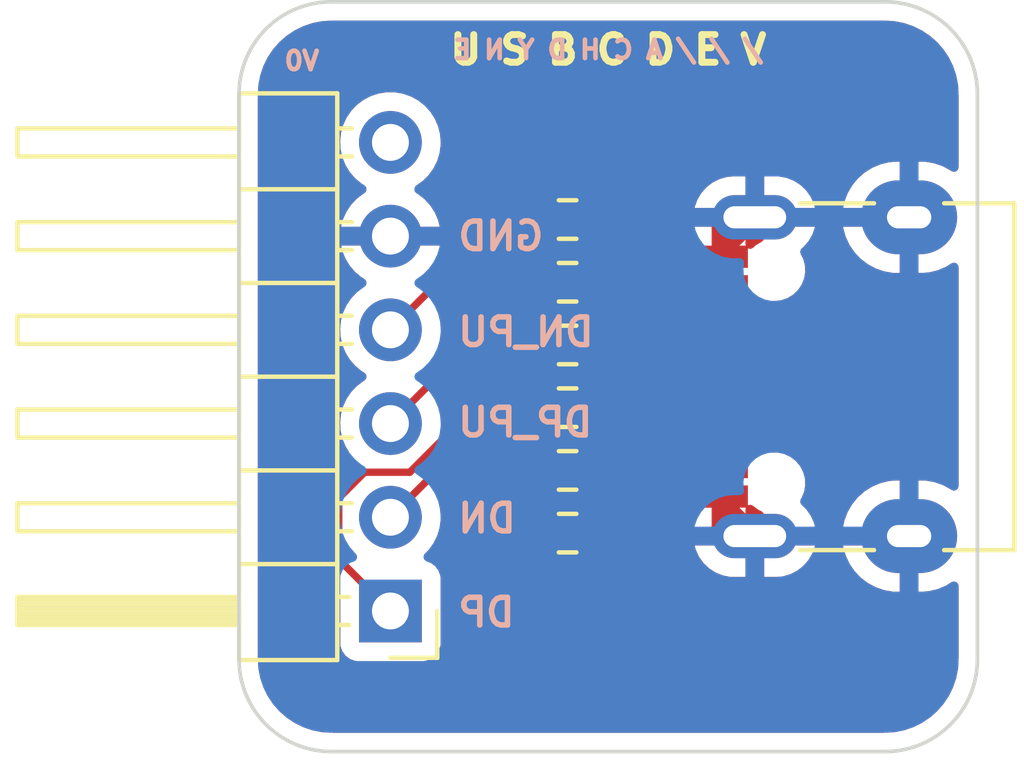
<source format=kicad_pcb>
(kicad_pcb (version 20211014) (generator pcbnew)
  (layers (0 "F.Cu" signal) (31 "B.Cu" signal) (34 "B.Paste" user) (35 "F.Paste" user) (36 "B.SilkS" user "B.Silkscreen") (37 "F.SilkS" user "F.Silkscreen") (38 "B.Mask" user) (39 "F.Mask" user) (44 "Edge.Cuts" user))
  (net 0 "")
  (net 1 "Net-(J1-PadA5)")
  (net 3 "Net-(J1-PadB5)")
  (net 5 "/USB_DP_PU")
  (net 6 "GND")
  (net 7 "/USB_DP")
  (net 8 "/USB_DN")
  (net 9 "/USB_DN_PU")
  (net 10 "/USBC_DP")
  (net 11 "/USBC_DN")
  (footprint "Resistor_SMD:R_0603_1608Metric" (layer "F.Cu") (at 108.9 105.9 180)
    (fp_text reference "R1" hide)
    (fp_text value "5K1" hide)
    (fp_line (start -0.237258 -0.5225) (end 0.237258 -0.5225) (layer "F.SilkS") (width 0.12))
    (fp_line (start -0.237258 0.5225) (end 0.237258 0.5225) (layer "F.SilkS") (width 0.12))
    (pad "1" smd roundrect (at -0.825 0 180) (size 0.8 0.95) (layers "F.Cu" "F.Paste" "F.Mask") (net 3 "Net-(J1-PadB5)"))
    (pad "2" smd roundrect (at 0.825 0 180) (size 0.8 0.95) (layers "F.Cu" "F.Paste" "F.Mask") (net 6 "GND"))
  )
  (footprint "Resistor_SMD:R_0603_1608Metric" (layer "F.Cu") (at 108.9 114.4 180)
    (fp_text reference "R3" hide)
    (fp_text value "5K1" hide)
    (fp_line (start -0.237258 0.5225) (end 0.237258 0.5225) (layer "F.SilkS") (width 0.12))
    (fp_line (start -0.237258 -0.5225) (end 0.237258 -0.5225) (layer "F.SilkS") (width 0.12))
    (pad "1" smd roundrect (at -0.825 0 180) (size 0.8 0.95) (layers "F.Cu" "F.Paste" "F.Mask") (net 1 "Net-(J1-PadA5)"))
    (pad "2" smd roundrect (at 0.825 0 180) (size 0.8 0.95) (layers "F.Cu" "F.Paste" "F.Mask") (net 6 "GND"))
  )
  (footprint "Resistor_SMD:R_0603_1608Metric" (layer "F.Cu") (at 108.9 111 180)
    (fp_text reference "R2" hide)
    (fp_text value "22R" hide)
    (fp_line (start -0.237258 0.5225) (end 0.237258 0.5225) (layer "F.SilkS") (width 0.12))
    (fp_line (start -0.237258 -0.5225) (end 0.237258 -0.5225) (layer "F.SilkS") (width 0.12))
    (pad "1" smd roundrect (at -0.825 0 180) (size 0.8 0.95) (layers "F.Cu" "F.Paste" "F.Mask") (net 11 "/USBC_DN"))
    (pad "2" smd roundrect (at 0.825 0 180) (size 0.8 0.95) (layers "F.Cu" "F.Paste" "F.Mask") (net 8 "/USB_DN"))
  )
  (footprint "Resistor_SMD:R_0603_1608Metric" (layer "F.Cu") (at 108.9 107.6 180)
    (fp_text reference "R6" hide)
    (fp_text value "1K5" hide)
    (fp_line (start -0.237258 0.5225) (end 0.237258 0.5225) (layer "F.SilkS") (width 0.12))
    (fp_line (start -0.237258 -0.5225) (end 0.237258 -0.5225) (layer "F.SilkS") (width 0.12))
    (pad "1" smd roundrect (at -0.825 0 180) (size 0.8 0.95) (layers "F.Cu" "F.Paste" "F.Mask") (net 10 "/USBC_DP"))
    (pad "2" smd roundrect (at 0.825 0 180) (size 0.8 0.95) (layers "F.Cu" "F.Paste" "F.Mask") (net 5 "/USB_DP_PU"))
  )
  (footprint "Connector_PinHeader_2.54mm:PinHeader_1x06_P2.54mm_Horizontal" (layer "F.Cu") (at 104.1 116.51 180)
    (fp_text reference "PMOD1" hide)
    (fp_text value "PMOD-Device-x1-Type-1-GPIO" hide)
    (fp_line (start 4.1 14.03) (end 4.1 -1.33) (layer "F.SilkS") (width 0.12))
    (fp_line (start 4.1 -1.33) (end 1.44 -1.33) (layer "F.SilkS") (width 0.12))
    (fp_line (start 4.1 9.78) (end 10.1 9.78) (layer "F.SilkS") (width 0.12))
    (fp_line (start 1.44 8.89) (end 4.1 8.89) (layer "F.SilkS") (width 0.12))
    (fp_line (start 1.042929 5.46) (end 1.44 5.46) (layer "F.SilkS") (width 0.12))
    (fp_line (start 1.44 6.35) (end 4.1 6.35) (layer "F.SilkS") (width 0.12))
    (fp_line (start 10.1 7.24) (end 10.1 8) (layer "F.SilkS") (width 0.12))
    (fp_line (start 10.1 9.78) (end 10.1 10.54) (layer "F.SilkS") (width 0.12))
    (fp_line (start 4.1 4.7) (end 10.1 4.7) (layer "F.SilkS") (width 0.12))
    (fp_line (start 4.1 12.32) (end 10.1 12.32) (layer "F.SilkS") (width 0.12))
    (fp_line (start 4.1 0.04) (end 10.1 0.04) (layer "F.SilkS") (width 0.12))
    (fp_line (start 1.042929 9.78) (end 1.44 9.78) (layer "F.SilkS") (width 0.12))
    (fp_line (start 1.44 3.81) (end 4.1 3.81) (layer "F.SilkS") (width 0.12))
    (fp_line (start 10.1 4.7) (end 10.1 5.46) (layer "F.SilkS") (width 0.12))
    (fp_line (start 4.1 -0.32) (end 10.1 -0.32) (layer "F.SilkS") (width 0.12))
    (fp_line (start 1.11 0.38) (end 1.44 0.38) (layer "F.SilkS") (width 0.12))
    (fp_line (start 10.1 12.32) (end 10.1 13.08) (layer "F.SilkS") (width 0.12))
    (fp_line (start 1.44 14.03) (end 4.1 14.03) (layer "F.SilkS") (width 0.12))
    (fp_line (start 1.44 -1.33) (end 1.44 14.03) (layer "F.SilkS") (width 0.12))
    (fp_line (start 10.1 8) (end 4.1 8) (layer "F.SilkS") (width 0.12))
    (fp_line (start 1.042929 8) (end 1.44 8) (layer "F.SilkS") (width 0.12))
    (fp_line (start 4.1 7.24) (end 10.1 7.24) (layer "F.SilkS") (width 0.12))
    (fp_line (start 10.1 -0.38) (end 10.1 0.38) (layer "F.SilkS") (width 0.12))
    (fp_line (start 4.1 2.16) (end 10.1 2.16) (layer "F.SilkS") (width 0.12))
    (fp_line (start 1.042929 12.32) (end 1.44 12.32) (layer "F.SilkS") (width 0.12))
    (fp_line (start 1.44 1.27) (end 4.1 1.27) (layer "F.SilkS") (width 0.12))
    (fp_line (start 1.042929 2.16) (end 1.44 2.16) (layer "F.SilkS") (width 0.12))
    (fp_line (start 10.1 13.08) (end 4.1 13.08) (layer "F.SilkS") (width 0.12))
    (fp_line (start 1.042929 13.08) (end 1.44 13.08) (layer "F.SilkS") (width 0.12))
    (fp_line (start 1.042929 7.24) (end 1.44 7.24) (layer "F.SilkS") (width 0.12))
    (fp_line (start 1.042929 2.92) (end 1.44 2.92) (layer "F.SilkS") (width 0.12))
    (fp_line (start 10.1 5.46) (end 4.1 5.46) (layer "F.SilkS") (width 0.12))
    (fp_line (start 1.042929 10.54) (end 1.44 10.54) (layer "F.SilkS") (width 0.12))
    (fp_line (start 1.44 11.43) (end 4.1 11.43) (layer "F.SilkS") (width 0.12))
    (fp_line (start 10.1 2.16) (end 10.1 2.92) (layer "F.SilkS") (width 0.12))
    (fp_line (start 1.042929 4.7) (end 1.44 4.7) (layer "F.SilkS") (width 0.12))
    (fp_line (start 4.1 0.16) (end 10.1 0.16) (layer "F.SilkS") (width 0.12))
    (fp_line (start 10.1 10.54) (end 4.1 10.54) (layer "F.SilkS") (width 0.12))
    (fp_line (start 4.1 0.28) (end 10.1 0.28) (layer "F.SilkS") (width 0.12))
    (fp_line (start 10.1 0.38) (end 4.1 0.38) (layer "F.SilkS") (width 0.12))
    (fp_line (start 1.11 -0.38) (end 1.44 -0.38) (layer "F.SilkS") (width 0.12))
    (fp_line (start 10.1 2.92) (end 4.1 2.92) (layer "F.SilkS") (width 0.12))
    (fp_line (start 4.1 -0.08) (end 10.1 -0.08) (layer "F.SilkS") (width 0.12))
    (fp_line (start -1.27 0) (end -1.27 -1.27) (layer "F.SilkS") (width 0.12))
    (fp_line (start 4.1 -0.38) (end 10.1 -0.38) (layer "F.SilkS") (width 0.12))
    (fp_line (start 4.1 -0.2) (end 10.1 -0.2) (layer "F.SilkS") (width 0.12))
    (fp_line (start -1.27 -1.27) (end 0 -1.27) (layer "F.SilkS") (width 0.12))
    (pad "1" thru_hole rect (at 0 0 180) (size 1.7 1.7) (drill 1) (layers *.Cu *.Mask) (net 7 "/USB_DP"))
    (pad "2" thru_hole oval (at 0 2.54 180) (size 1.7 1.7) (drill 1) (layers *.Cu *.Mask) (net 8 "/USB_DN"))
    (pad "3" thru_hole oval (at 0 5.08 180) (size 1.7 1.7) (drill 1) (layers *.Cu *.Mask) (net 5 "/USB_DP_PU"))
    (pad "4" thru_hole oval (at 0 7.62 180) (size 1.7 1.7) (drill 1) (layers *.Cu *.Mask) (net 9 "/USB_DN_PU"))
    (pad "5" thru_hole oval (at 0 10.16 180) (size 1.7 1.7) (drill 1) (layers *.Cu *.Mask) (net 6 "GND"))
    (pad "6" thru_hole oval (at 0 12.7 180) (size 1.7 1.7) (drill 1) (layers *.Cu *.Mask))
  )
  (footprint "LD-CONNECTORS:USB_C_Receptacle_HRO_TYPE-C-31-M-12-BIG-PADS" (layer "F.Cu") (at 117.1 110.16 90)
    (fp_text reference "J1" hide)
    (fp_text value "TYPE-C-31-M-12-FIXED" hide)
    (fp_line (start -4.7 3.9) (end 4.7 3.9) (layer "F.SilkS") (width 0.12))
    (fp_line (start -4.7 -1.9) (end -4.7 0.1) (layer "F.SilkS") (width 0.12))
    (fp_line (start -4.7 2) (end -4.7 3.9) (layer "F.SilkS") (width 0.12))
    (fp_line (start 4.7 -1.9) (end 4.7 0.1) (layer "F.SilkS") (width 0.12))
    (fp_line (start 4.7 2) (end 4.7 3.9) (layer "F.SilkS") (width 0.12))
    (pad "" np_thru_hole circle (at -2.89 -2.6 90) (size 0.65 0.65) (drill 0.65) (layers *.Cu *.Mask))
    (pad "" np_thru_hole circle (at 2.89 -2.6 90) (size 0.65 0.65) (drill 0.65) (layers *.Cu *.Mask))
    (pad "A1" smd rect (at -3.25 -4.045 90) (size 0.6 1.45) (layers "F.Cu" "F.Paste" "F.Mask") (net 6 "GND"))
    (pad "A4" smd rect (at -2.45 -4.045 90) (size 0.6 1.45) (layers "F.Cu" "F.Paste" "F.Mask"))
    (pad "A5" smd rect (at -1.25 -4.045 90) (size 0.3 1.45) (layers "F.Cu" "F.Paste" "F.Mask") (net 1 "Net-(J1-PadA5)"))
    (pad "A6" smd rect (at -0.25 -4.045 90) (size 0.3 1.45) (layers "F.Cu" "F.Paste" "F.Mask") (net 10 "/USBC_DP"))
    (pad "A7" smd rect (at 0.25 -4.045 90) (size 0.3 1.45) (layers "F.Cu" "F.Paste" "F.Mask") (net 11 "/USBC_DN"))
    (pad "A8" smd rect (at 1.25 -4.045 90) (size 0.3 1.45) (layers "F.Cu" "F.Paste" "F.Mask"))
    (pad "A9" smd rect (at 2.45 -4.045 90) (size 0.6 1.45) (layers "F.Cu" "F.Paste" "F.Mask"))
    (pad "A12" smd rect (at 3.25 -4.045 90) (size 0.6 1.45) (layers "F.Cu" "F.Paste" "F.Mask") (net 6 "GND"))
    (pad "B1" smd rect (at 3.25 -4.045 90) (size 0.6 1.45) (layers "F.Cu" "F.Paste" "F.Mask") (net 6 "GND"))
    (pad "B4" smd rect (at 2.45 -4.045 90) (size 0.6 1.45) (layers "F.Cu" "F.Paste" "F.Mask"))
    (pad "B5" smd rect (at 1.75 -4.045 90) (size 0.3 1.45) (layers "F.Cu" "F.Paste" "F.Mask") (net 3 "Net-(J1-PadB5)"))
    (pad "B6" smd rect (at 0.75 -4.045 90) (size 0.3 1.45) (layers "F.Cu" "F.Paste" "F.Mask") (net 10 "/USBC_DP"))
    (pad "B7" smd rect (at -0.75 -4.045 90) (size 0.3 1.45) (layers "F.Cu" "F.Paste" "F.Mask") (net 11 "/USBC_DN"))
    (pad "B8" smd rect (at -1.75 -4.045 90) (size 0.3 1.45) (layers "F.Cu" "F.Paste" "F.Mask"))
    (pad "B9" smd rect (at -2.45 -4.045 90) (size 0.6 1.45) (layers "F.Cu" "F.Paste" "F.Mask"))
    (pad "B12" smd rect (at -3.25 -4.045 90) (size 0.6 1.45) (layers "F.Cu" "F.Paste" "F.Mask") (net 6 "GND"))
    (pad "S1" thru_hole oval (at 4.32 -3.13 90) (size 1.2 2.3) (drill oval 0.6 1.7) (layers *.Cu *.Mask "F.Paste") (net 6 "GND"))
    (pad "S1" thru_hole oval (at -4.32 1.05 90) (size 2 2.6) (drill oval 0.6 1.2) (layers *.Cu *.Mask "F.Paste") (net 6 "GND"))
    (pad "S1" thru_hole oval (at 4.32 1.05 90) (size 2 2.6) (drill oval 0.6 1.2) (layers *.Cu *.Mask "F.Paste") (net 6 "GND"))
    (pad "S1" thru_hole oval (at -4.32 -3.13 90) (size 1.2 2.3) (drill oval 0.6 1.7) (layers *.Cu *.Mask "F.Paste") (net 6 "GND"))
  )
  (footprint "Resistor_SMD:R_0603_1608Metric" (layer "F.Cu") (at 108.9 112.7 180)
    (fp_text reference "R5" hide)
    (fp_text value "1K5" hide)
    (fp_line (start -0.237258 -0.5225) (end 0.237258 -0.5225) (layer "F.SilkS") (width 0.12))
    (fp_line (start -0.237258 0.5225) (end 0.237258 0.5225) (layer "F.SilkS") (width 0.12))
    (pad "1" smd roundrect (at -0.825 0 180) (size 0.8 0.95) (layers "F.Cu" "F.Paste" "F.Mask") (net 11 "/USBC_DN"))
    (pad "2" smd roundrect (at 0.825 0 180) (size 0.8 0.95) (layers "F.Cu" "F.Paste" "F.Mask") (net 9 "/USB_DN_PU"))
  )
  (footprint "Resistor_SMD:R_0603_1608Metric" (layer "F.Cu") (at 108.9 109.3 180)
    (fp_text reference "R4" hide)
    (fp_text value "22R" hide)
    (fp_line (start -0.237258 -0.5225) (end 0.237258 -0.5225) (layer "F.SilkS") (width 0.12))
    (fp_line (start -0.237258 0.5225) (end 0.237258 0.5225) (layer "F.SilkS") (width 0.12))
    (pad "1" smd roundrect (at -0.825 0 180) (size 0.8 0.95) (layers "F.Cu" "F.Paste" "F.Mask") (net 10 "/USBC_DP"))
    (pad "2" smd roundrect (at 0.825 0 180) (size 0.8 0.95) (layers "F.Cu" "F.Paste" "F.Mask") (net 7 "/USB_DP"))
  )
  (gr_arc (start 120 117.82) (mid 119.267767 119.587767) (end 117.5 120.32) (layer "Edge.Cuts") (width 0.1))
  (gr_arc (start 102.5 120.32) (mid 100.732233 119.587767) (end 100 117.82) (layer "Edge.Cuts") (width 0.1))
  (gr_line (start 120 102.5) (end 120 117.82) (layer "Edge.Cuts") (width 0.1))
  (gr_line (start 100 102.5) (end 100 117.82) (layer "Edge.Cuts") (width 0.1))
  (gr_arc (start 100 102.5) (mid 100.732233 100.732233) (end 102.5 100) (layer "Edge.Cuts") (width 0.1))
  (gr_arc (start 117.5 100) (mid 119.267767 100.732233) (end 120 102.5) (layer "Edge.Cuts") (width 0.1))
  (gr_line (start 102.5 100) (end 117.5 100) (layer "Edge.Cuts") (width 0.1))
  (gr_line (start 102.5 120.32) (end 117.5 120.32) (layer "Edge.Cuts") (width 0.1))
  (gr_text "GND" (at 105.85 106.35) (layer "B.SilkS") (effects (font (size 0.75 0.75)) (justify right mirror)))
  (gr_text "V0" (at 101.7 101.6) (layer "B.SilkS") (effects (font (size 0.5 0.5) (thickness 0.125)) (justify mirror)))
  (gr_text "DP_PU" (at 105.85 111.4) (layer "B.SilkS") (effects (font (size 0.75 0.75)) (justify right mirror)))
  (gr_text "DN" (at 105.85 114) (layer "B.SilkS") (effects (font (size 0.75 0.75)) (justify right mirror)))
  (gr_text "DN_PU" (at 105.85 108.95) (layer "B.SilkS") (effects (font (size 0.75 0.75)) (justify right mirror)))
  (gr_text "/ / / A C H D Y N E" (at 110 101.3) (layer "B.SilkS") (effects (font (size 0.5 0.5) (thickness 0.125)) (justify mirror)))
  (gr_text "DP" (at 105.85 116.55) (layer "B.SilkS") (effects (font (size 0.75 0.75)) (justify right mirror)))
  (gr_text "U S B C D E V" (at 110 101.3) (layer "F.SilkS") (effects (font (size 0.75 0.75) (thickness 0.1875))))
  (segment (start 111.1 111.95) (end 111.1 113.025) (width 0.2) (layer "F.Cu") (net 1))
  (segment (start 113.055 111.41) (end 111.64 111.41) (width 0.2) (layer "F.Cu") (net 1))
  (segment (start 111.1 113.025) (end 109.725 114.4) (width 0.2) (layer "F.Cu") (net 1))
  (segment (start 111.64 111.41) (end 111.1 111.95) (width 0.2) (layer "F.Cu") (net 1))
  (segment (start 111.3 107.75) (end 111.3 107.05) (width 0.2) (layer "F.Cu") (net 3))
  (segment (start 110.15 105.9) (end 109.725 105.9) (width 0.2) (layer "F.Cu") (net 3))
  (segment (start 113.055 108.41) (end 111.96 108.41) (width 0.2) (layer "F.Cu") (net 3))
  (segment (start 111.96 108.41) (end 111.3 107.75) (width 0.2) (layer "F.Cu") (net 3))
  (segment (start 111.3 107.05) (end 110.15 105.9) (width 0.2) (layer "F.Cu") (net 3))
  (segment (start 108.075 107.6) (end 107.93 107.6) (width 0.2) (layer "F.Cu") (net 5))
  (segment (start 107.93 107.6) (end 104.1 111.43) (width 0.2) (layer "F.Cu") (net 5))
  (segment (start 113.055 113.565) (end 113.97 114.48) (width 0.5) (layer "F.Cu") (net 6))
  (segment (start 113.055 106.755) (end 113.97 105.84) (width 0.5) (layer "F.Cu") (net 6))
  (segment (start 113.055 113.41) (end 113.055 113.565) (width 0.5) (layer "F.Cu") (net 6))
  (segment (start 113.055 106.91) (end 113.055 106.755) (width 0.5) (layer "F.Cu") (net 6))
  (segment (start 103.4 112.75) (end 102.7 113.45) (width 0.2) (layer "F.Cu") (net 7))
  (segment (start 102.7 115.11) (end 104.1 116.51) (width 0.2) (layer "F.Cu") (net 7))
  (segment (start 104.625 112.75) (end 103.4 112.75) (width 0.2) (layer "F.Cu") (net 7))
  (segment (start 108.075 109.3) (end 104.625 112.75) (width 0.2) (layer "F.Cu") (net 7))
  (segment (start 102.7 113.45) (end 102.7 115.11) (width 0.2) (layer "F.Cu") (net 7))
  (segment (start 107.07 111.282844) (end 107.069999 111.282844) (width 0.2) (layer "F.Cu") (net 8))
  (segment (start 105.938625 112.414218) (end 106.554394 113.029987) (width 0.2) (layer "F.Cu") (net 8))
  (segment (start 106.554394 113.312829) (end 106.554395 113.312829) (width 0.2) (layer "F.Cu") (net 8))
  (segment (start 108.075 111) (end 107.07 111) (width 0.2) (layer "F.Cu") (net 8))
  (segment (start 107.120084 111.898612) (end 106.787159 111.565687) (width 0.2) (layer "F.Cu") (net 8))
  (segment (start 106.504316 111.565686) (end 106.504315 111.565688) (width 0.2) (layer "F.Cu") (net 8))
  (segment (start 105.372943 112.697061) (end 105.372941 112.697062) (width 0.2) (layer "F.Cu") (net 8))
  (segment (start 106.504313 111.848531) (end 106.504312 111.848531) (width 0.2) (layer "F.Cu") (net 8))
  (segment (start 105.93863 112.131374) (end 105.938628 112.131375) (width 0.2) (layer "F.Cu") (net 8))
  (segment (start 106.271553 113.312829) (end 105.655785 112.697061) (width 0.2) (layer "F.Cu") (net 8))
  (segment (start 107.120081 112.747142) (end 107.120082 112.747142) (width 0.2) (layer "F.Cu") (net 8))
  (segment (start 106.504312 111.848531) (end 107.120081 112.4643) (width 0.2) (layer "F.Cu") (net 8))
  (segment (start 107.069999 111.282844) (end 107.402925 111.61577) (width 0.2) (layer "F.Cu") (net 8))
  (segment (start 105.372941 112.697062) (end 104.1 113.97) (width 0.2) (layer "F.Cu") (net 8))
  (segment (start 106.504315 111.565688) (end 106.504313 111.565687) (width 0.2) (layer "F.Cu") (net 8))
  (segment (start 105.938628 112.131375) (end 105.938626 112.131374) (width 0.2) (layer "F.Cu") (net 8))
  (segment (start 105.938626 112.414218) (end 105.938625 112.414218) (width 0.2) (layer "F.Cu") (net 8))
  (segment (start 107.402926 111.898613) (end 107.402926 111.898612) (width 0.2) (layer "F.Cu") (net 8))
  (segment (start 106.83724 112.747142) (end 106.221472 112.131374) (width 0.2) (layer "F.Cu") (net 8))
  (arc (start 107.07 111) (mid 107.01142 111.141423) (end 107.07 111.282844) (width 0.2) (layer "F.Cu") (net 8))
  (arc (start 106.504313 111.565687) (mid 106.445733 111.70711) (end 106.504313 111.848531) (width 0.2) (layer "F.Cu") (net 8))
  (arc (start 107.120082 112.747142) (mid 106.97866 112.805721) (end 106.83724 112.747142) (width 0.2) (layer "F.Cu") (net 8))
  (arc (start 106.554395 113.312829) (mid 106.412973 113.371408) (end 106.271553 113.312829) (width 0.2) (layer "F.Cu") (net 8))
  (arc (start 107.402926 111.898612) (mid 107.261504 111.957191) (end 107.120084 111.898612) (width 0.2) (layer "F.Cu") (net 8))
  (arc (start 106.787159 111.565687) (mid 106.645738 111.507108) (end 106.504316 111.565686) (width 0.2) (layer "F.Cu") (net 8))
  (arc (start 105.655785 112.697061) (mid 105.514363 112.638484) (end 105.372943 112.697061) (width 0.2) (layer "F.Cu") (net 8))
  (arc (start 106.221472 112.131374) (mid 106.08005 112.072797) (end 105.93863 112.131374) (width 0.2) (layer "F.Cu") (net 8))
  (arc (start 106.554394 113.029987) (mid 106.612973 113.171407) (end 106.554394 113.312829) (width 0.2) (layer "F.Cu") (net 8))
  (arc (start 107.120081 112.4643) (mid 107.17866 112.60572) (end 107.120081 112.747142) (width 0.2) (layer "F.Cu") (net 8))
  (arc (start 107.402925 111.61577) (mid 107.461504 111.757191) (end 107.402926 111.898613) (width 0.2) (layer "F.Cu") (net 8))
  (arc (start 105.938626 112.131374) (mid 105.880046 112.272797) (end 105.938626 112.414218) (width 0.2) (layer "F.Cu") (net 8))
  (segment (start 108.65 106.75) (end 106.24 106.75) (width 0.2) (layer "F.Cu") (net 9))
  (segment (start 108.9 111.875) (end 108.9 107) (width 0.2) (layer "F.Cu") (net 9))
  (segment (start 108.075 112.7) (end 108.9 111.875) (width 0.2) (layer "F.Cu") (net 9))
  (segment (start 106.24 106.75) (end 104.1 108.89) (width 0.2) (layer "F.Cu") (net 9))
  (segment (start 108.9 107) (end 108.65 106.75) (width 0.2) (layer "F.Cu") (net 9))
  (segment (start 108.075 112.7) (end 108.075 112.725) (width 0.2) (layer "F.Cu") (net 9))
  (segment (start 114.15 109.6) (end 114.15 110.2) (width 0.2) (layer "F.Cu") (net 10))
  (segment (start 109.835 109.41) (end 109.725 109.3) (width 0.2) (layer "F.Cu") (net 10))
  (segment (start 113.96 109.41) (end 114.15 109.6) (width 0.2) (layer "F.Cu") (net 10))
  (segment (start 113.89 110.46) (end 113.105 110.46) (width 0.2) (layer "F.Cu") (net 10))
  (segment (start 113.055 109.41) (end 109.835 109.41) (width 0.2) (layer "F.Cu") (net 10))
  (segment (start 114.15 110.2) (end 113.89 110.46) (width 0.2) (layer "F.Cu") (net 10))
  (segment (start 109.725 107.6) (end 109.725 109.3) (width 0.2) (layer "F.Cu") (net 10))
  (segment (start 113.055 109.41) (end 113.96 109.41) (width 0.2) (layer "F.Cu") (net 10))
  (segment (start 113.105 110.46) (end 113.055 110.41) (width 0.2) (layer "F.Cu") (net 10))
  (segment (start 111.95 110.75) (end 112.11 110.91) (width 0.2) (layer "F.Cu") (net 11))
  (segment (start 112.11 110.91) (end 113.055 110.91) (width 0.2) (layer "F.Cu") (net 11))
  (segment (start 111.95 110.1) (end 111.95 110.75) (width 0.2) (layer "F.Cu") (net 11))
  (segment (start 109.815 110.91) (end 109.725 111) (width 0.2) (layer "F.Cu") (net 11))
  (segment (start 112.14 109.91) (end 111.95 110.1) (width 0.2) (layer "F.Cu") (net 11))
  (segment (start 113.055 109.91) (end 112.14 109.91) (width 0.2) (layer "F.Cu") (net 11))
  (segment (start 113.055 110.91) (end 109.815 110.91) (width 0.2) (layer "F.Cu") (net 11))
  (segment (start 109.725 111) (end 109.725 112.7) (width 0.2) (layer "F.Cu") (net 11))
  (zone (net 6) (net_name "GND") (layers F&B.Cu) (connect_pads (clearance 0.508)) (min_thickness 0.254) (fill yes (thermal_gap 0.508) (thermal_bridge_width 0.508))
    (polygon (pts (xy 120 121) (xy 100 121) (xy 100 100) (xy 120 100)))
  )
)
</source>
